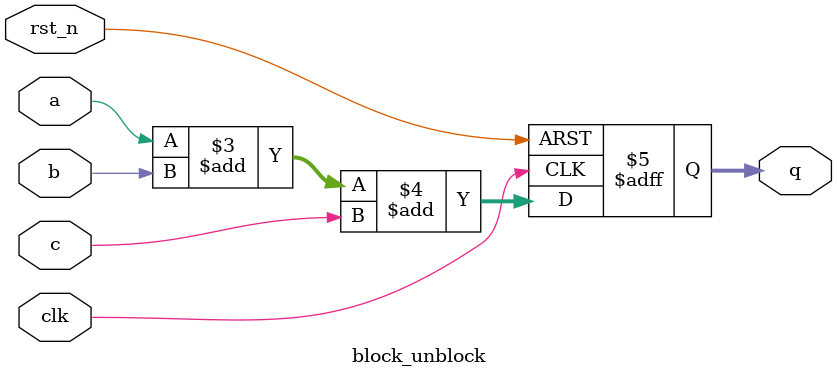
<source format=v>
module block_unblock(clk, rst_n, a, b, c, q);
	input clk;
	input rst_n;
	input a;
	input b;
	input c;
	
	output reg[1:0] q;  //q = a+b+c
	
	reg [1:0] d;  //d = a+b, q = d+c
	
	always@(posedge clk, negedge rst_n)
		if(rst_n == 1'b0)
			q = 2'd0;
		else begin
			d = a+b;
			q = d+c;
		end
			
	
endmodule
</source>
